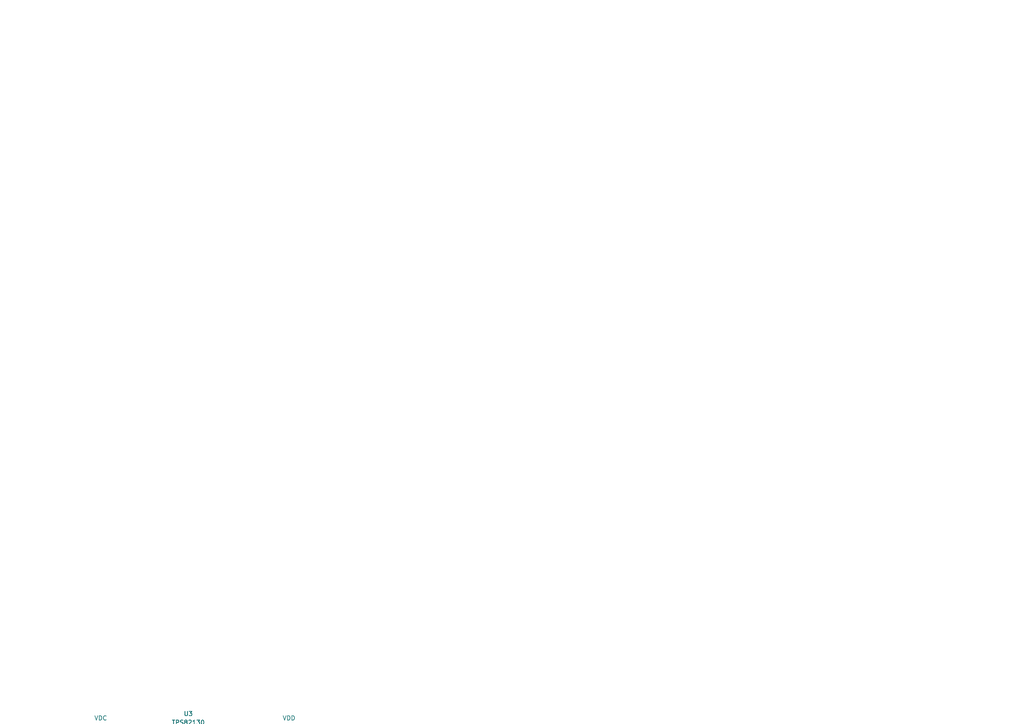
<source format=kicad_sch>
(kicad_sch (version 20250114) (generator "eeschema") (generator_version "9.0")
  (paper "A4")
  (lib_symbols
    (symbol "Device:C" (pin_numbers (hide yes)) (pin_names (offset 0.254))
      (property "Reference" "C" (at 0.635 2.54 0))
      (property "Value" "C" (at 0.635 -2.54 0))
      (symbol "C_0_1"
        (polyline (pts (xy -2.032 0.762) (xy 2.032 0.762)) (stroke (width 0.508)))
        (polyline (pts (xy -2.032 -0.762) (xy 2.032 -0.762)) (stroke (width 0.508)))
      )
      (symbol "C_1_1"
        (pin passive line (at 0 3.81 270) (length 2.794) (name "~") (number "1"))
        (pin passive line (at 0 -3.81 90) (length 2.794) (name "~") (number "2"))
      )
    )
    (symbol "Device:R" (pin_numbers (hide yes)) (pin_names (offset 0))
      (property "Reference" "R" (at 2.032 0 90))
      (property "Value" "R" (at 0 0 90))
      (symbol "R_0_1"
        (rectangle (start -1.016 -2.54) (end 1.016 2.54) (stroke (width 0.254)))
      )
      (symbol "R_1_1"
        (pin passive line (at 0 3.81 270) (length 1.27) (name "~") (number "1"))
        (pin passive line (at 0 -3.81 90) (length 1.27) (name "~") (number "2"))
      )
    )
    (symbol "Regulator_Switching:TPS82130"
      (property "Reference" "U" (at 1.27 11.43 0))
      (property "Value" "TPS82130" (at 5.08 8.89 0))
      (symbol "TPS82130_0_1"
        (rectangle (start -7.62 7.62) (end 7.62 -7.62) (stroke (width 0.254)) (fill (type background)))
      )
      (symbol "TPS82130_1_1"
        (pin power_in line (at -10.16 5.08 0) (length 2.54) (name "VIN") (number "2"))
        (pin input line (at -10.16 0 0) (length 2.54) (name "EN") (number "1"))
        (pin open_collector line (at -10.16 -2.54 0) (length 2.54) (name "PG") (number "7"))
        (pin input line (at -10.16 -5.08 0) (length 2.54) (name "SS/TR") (number "8"))
        (pin power_in line (at 0 -10.16 90) (length 2.54) (name "GND") (number "3"))
        (pin passive line (at 0 -10.16 90) (length 2.54) (hide yes) (name "GND") (number "9"))
        (pin power_out line (at 10.16 5.08 180) (length 2.54) (name "VOUT") (number "4"))
        (pin passive line (at 10.16 5.08 180) (length 2.54) (hide yes) (name "VOUT") (number "5"))
        (pin input line (at 10.16 0 180) (length 2.54) (name "FB") (number "6"))
      )
    )
    (symbol "power:GND" (power) (pin_numbers (hide yes)) (pin_names (offset 0) (hide yes))
      (property "Value" "GND" (at 0 -3.81 0))
      (symbol "GND_0_1"
        (polyline (pts (xy 0 0) (xy 0 -1.27) (xy 1.27 -1.27) (xy 0 -2.54) (xy -1.27 -1.27) (xy 0 -1.27)))
      )
      (symbol "GND_1_1"
        (pin power_in line (at 0 0 270) (length 0) (name "~") (number "1"))
      )
    )
    (symbol "power:VDC" (power) (pin_numbers (hide yes)) (pin_names (offset 0) (hide yes))
      (property "Value" "VDC" (at 0 3.556 0))
      (symbol "VDC_0_1"
        (polyline (pts (xy -0.762 1.27) (xy 0 2.54)))
        (polyline (pts (xy 0 2.54) (xy 0.762 1.27)))
        (polyline (pts (xy 0 0) (xy 0 2.54)))
      )
      (symbol "VDC_1_1"
        (pin power_in line (at 0 0 90) (length 0) (name "~") (number "1"))
      )
    )
    (symbol "power:VDD" (power) (pin_numbers (hide yes)) (pin_names (offset 0) (hide yes))
      (property "Value" "VDD" (at 0 3.556 0))
      (symbol "VDD_0_1"
        (polyline (pts (xy -0.762 1.27) (xy 0 2.54)))
        (polyline (pts (xy 0 2.54) (xy 0.762 1.27)))
        (polyline (pts (xy 0 0) (xy 0 2.54)))
      )
      (symbol "VDD_1_1"
        (pin power_in line (at 0 0 90) (length 0) (name "~") (number "1"))
      )
    )
  )
  (text "3.3V digital supply" (at 57.15 243.84 0) (effects (font (size 1.27 1.27))))
  (junction (at 71.12 214.63))
  (junction (at 41.91 214.63))
  (junction (at 29.21 214.63))
  (junction (at 71.12 224.79))
  (junction (at 83.82 214.63))
  (no_connect (at 44.45 222.25))
  (wire (pts (xy 67.31 219.71) (xy 67.31 224.79)))
  (wire (pts (xy 41.91 224.79) (xy 41.91 227.33)))
  (wire (pts (xy 41.91 234.95) (xy 41.91 236.22)))
  (wire (pts (xy 44.45 224.79) (xy 41.91 224.79)))
  (wire (pts (xy 67.31 224.79) (xy 71.12 224.79)))
  (wire (pts (xy 83.82 214.63) (xy 83.82 217.17)))
  (wire (pts (xy 29.21 223.52) (xy 29.21 224.79)))
  (wire (pts (xy 71.12 214.63) (xy 83.82 214.63)))
  (wire (pts (xy 71.12 223.52) (xy 71.12 224.79)))
  (wire (pts (xy 64.77 219.71) (xy 67.31 219.71)))
  (wire (pts (xy 71.12 224.79) (xy 71.12 226.06)))
  (wire (pts (xy 54.61 229.87) (xy 54.61 231.14)))
  (wire (pts (xy 29.21 214.63) (xy 29.21 215.9)))
  (wire (pts (xy 29.21 213.36) (xy 29.21 214.63)))
  (wire (pts (xy 71.12 214.63) (xy 71.12 215.9)))
  (wire (pts (xy 83.82 213.36) (xy 83.82 214.63)))
  (wire (pts (xy 64.77 214.63) (xy 71.12 214.63)))
  (wire (pts (xy 29.21 214.63) (xy 41.91 214.63)))
  (wire (pts (xy 44.45 219.71) (xy 41.91 219.71)))
  (wire (pts (xy 41.91 214.63) (xy 44.45 214.63)))
  (wire (pts (xy 41.91 219.71) (xy 41.91 214.63)))
  (wire (pts (xy 71.12 233.68) (xy 71.12 234.95)))
  (wire (pts (xy 83.82 224.79) (xy 83.82 226.06)))
  (symbol (lib_id "power:GND") (at 29.21 224.79 0) (unit 1)
    (property "Reference" "#PWR?" (effects (hide yes)))
    (property "Value" "GND" (at 29.21 229.87 0))
    (property "Description" "Power symbol creates a global label with name \"GND\" , ground" (effects (hide yes)))
    (instances (project "MizukiH743" (path "" (reference "#PWR?") (unit 1))) (project "MizukiH743" (path "" (reference "#PWR0161") (unit 1))))
  )
  (symbol (lib_id "Device:C") (at 29.21 219.71 0) (unit 1)
    (property "Reference" "C119" (at 33.02 218.4399 0) (effects (justify left)))
    (property "Value" "10uF" (at 33.02 220.9799 0) (effects (justify left)))
    (property "Footprint" "Capacitor_SMD:C_0603_1608Metric" (effects (hide yes)))
    (property "Description" "Unpolarized capacitor" (effects (hide yes)))
    (property "Part No." "GRM188R61C106MA73#" (effects (hide yes)))
    (property "Vendor" "muRata" (effects (hide yes)))
  )
  (symbol (lib_id "power:GND") (at 83.82 226.06 0) (unit 1)
    (property "Reference" "#PWR?" (effects (hide yes)))
    (property "Value" "GND" (at 83.82 231.14 0))
    (property "Description" "Power symbol creates a global label with name \"GND\" , ground" (effects (hide yes)))
    (instances (project "MizukiH743" (path "" (reference "#PWR?") (unit 1))) (project "MizukiH743" (path "" (reference "#PWR0167") (unit 1))))
  )
  (symbol (lib_id "power:VDD") (at 83.82 213.36 0) (unit 1)
    (property "Reference" "#PWR?" (effects (hide yes)))
    (property "Value" "VDD" (at 83.82 208.28 0))
    (property "Description" "Power symbol creates a global label with name \"VDD\"" (effects (hide yes)))
    (instances (project "MizukiH743" (path "" (reference "#PWR?") (unit 1))) (project "MizukiH743" (path "" (reference "#PWR0166") (unit 1))))
  )
  (symbol (lib_id "power:GND") (at 54.61 231.14 0) (unit 1)
    (property "Reference" "#PWR052" (effects (hide yes)))
    (property "Value" "GND" (at 54.61 236.22 0))
    (property "Description" "Power symbol creates a global label with name \"GND\" , ground" (effects (hide yes)))
  )
  (symbol (lib_id "power:GND") (at 41.91 236.22 0) (unit 1)
    (property "Reference" "#PWR0163" (effects (hide yes)))
    (property "Value" "GND" (at 41.91 241.3 0))
    (property "Description" "Power symbol creates a global label with name \"GND\" , ground" (effects (hide yes)))
  )
  (symbol (lib_id "Device:R") (at 71.12 229.87 0) (unit 1)
    (property "Reference" "R13" (at 73.66 228.5999 0) (effects (justify left)))
    (property "Value" "100kR" (at 73.66 231.1399 0) (effects (justify left)))
    (property "Footprint" "Resistor_SMD:R_0603_1608Metric" (effects (hide yes)))
    (property "Description" "Resistor" (effects (hide yes)))
  )
  (symbol (lib_id "power:VDC") (at 29.21 213.36 0) (unit 1)
    (property "Reference" "#PWR?" (effects (hide yes)))
    (property "Value" "VDC" (at 29.21 208.28 0))
    (property "Description" "Power symbol creates a global label with name \"VDC\"" (effects (hide yes)))
    (instances (project "MizukiH743" (path "" (reference "#PWR?") (unit 1))) (project "MizukiH743" (path "" (reference "#PWR0160") (unit 1))))
  )
  (symbol (lib_id "Device:C") (at 83.82 220.98 0) (unit 1)
    (property "Reference" "C?" (at 87.63 219.7099 0) (effects (justify left)))
    (property "Value" "22uF" (at 87.63 222.2499 0) (effects (justify left)))
    (property "Footprint" "Capacitor_SMD:C_1206_3216Metric" (effects (hide yes)))
    (property "Description" "Unpolarized capacitor" (effects (hide yes)))
    (property "Part No." "GRM31CR71A226KE15#" (effects (hide yes)))
    (property "Vendor" "muRata" (effects (hide yes)))
    (property "Fetched" "20" (effects (hide yes)))
    (instances (project "MizukiH743" (path "" (reference "C?") (unit 1))) (project "MizukiH743" (path "" (reference "C89") (unit 1))))
  )
  (symbol (lib_id "power:GND") (at 71.12 234.95 0) (unit 1)
    (property "Reference" "#PWR0222" (effects (hide yes)))
    (property "Value" "GND" (at 71.12 240.03 0))
    (property "Description" "Power symbol creates a global label with name \"GND\" , ground" (effects (hide yes)))
  )
  (symbol (lib_id "Device:R") (at 71.12 219.71 0) (unit 1)
    (property "Reference" "R10" (at 73.66 218.4399 0) (effects (justify left)))
    (property "Value" "316kR" (at 73.66 220.9799 0) (effects (justify left)))
    (property "Footprint" "Resistor_SMD:R_0603_1608Metric" (effects (hide yes)))
    (property "Description" "Resistor" (effects (hide yes)))
  )
  (symbol (lib_id "Device:C") (at 41.91 231.14 0) (unit 1)
    (property "Reference" "C120" (at 45.72 229.8699 0) (effects (justify left)))
    (property "Value" "1nF" (at 45.72 232.4099 0) (effects (justify left)))
    (property "Footprint" "Capacitor_SMD:C_0603_1608Metric" (effects (hide yes)))
    (property "Description" "Unpolarized capacitor" (effects (hide yes)))
    (property "Part No." "GRM1885C1H102JA01#" (effects (hide yes)))
    (property "Vendor" "muRata" (effects (hide yes)))
  )
  (symbol (lib_id "Regulator_Switching:TPS82130") (at 54.61 219.71 0) (unit 1)
    (property "Reference" "U3" (at 54.61 207.01 0))
    (property "Value" "TPS82130" (at 54.61 209.55 0))
    (property "Footprint" "Package_LGA:Texas_SIL0008D_MicroSiP-8-1EP_2.8x3mm_P0.65mm_EP1.1x1.9mm_ThermalVias" (effects (hide yes)))
    (property "Datasheet" "http://www.ti.com/lit/ds/symlink/tps82130.pdf" (effects (hide yes)))
    (property "Description" "17V Input 3A Step-Down Converter MicroSiP Module with Integrated Inductor, μSiL-8" (effects (hide yes)))
    (property "Part No." "TPS82130SILR" (effects (hide yes)))
    (property "Vendor" "TI" (effects (hide yes)))
  )
)
</source>
